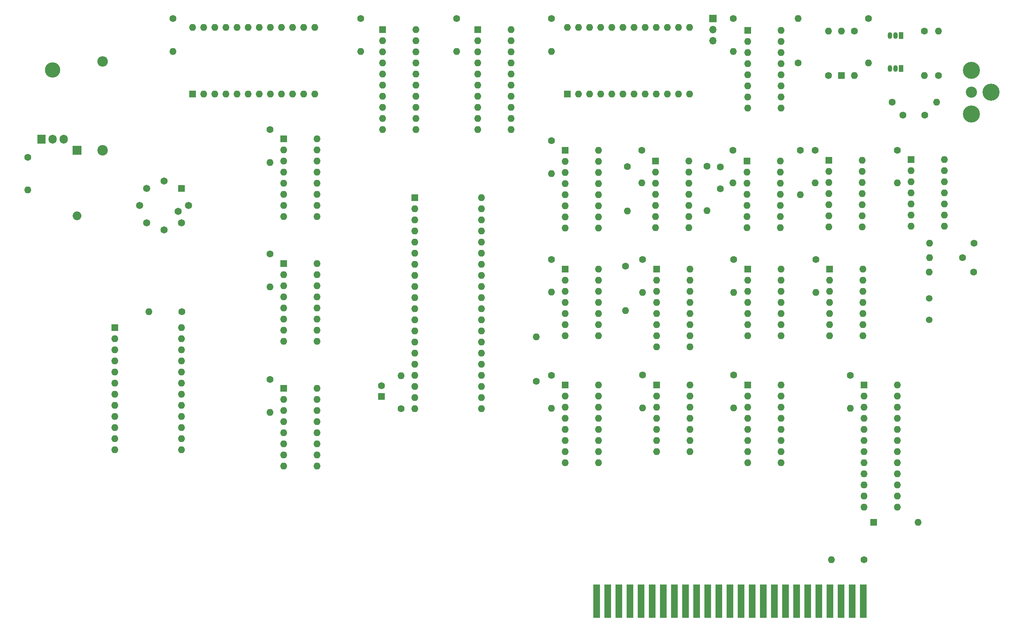
<source format=gbr>
G04 #@! TF.GenerationSoftware,KiCad,Pcbnew,5.1.8-5.1.8*
G04 #@! TF.CreationDate,2022-09-04T11:36:30-07:00*
G04 #@! TF.ProjectId,80cvc,38306376-632e-46b6-9963-61645f706362,rev?*
G04 #@! TF.SameCoordinates,Original*
G04 #@! TF.FileFunction,Soldermask,Bot*
G04 #@! TF.FilePolarity,Negative*
%FSLAX46Y46*%
G04 Gerber Fmt 4.6, Leading zero omitted, Abs format (unit mm)*
G04 Created by KiCad (PCBNEW 5.1.8-5.1.8) date 2022-09-04 11:36:30*
%MOMM*%
%LPD*%
G01*
G04 APERTURE LIST*
%ADD10O,1.600000X1.600000*%
%ADD11R,1.600000X1.600000*%
%ADD12C,1.500000*%
%ADD13R,1.650000X1.650000*%
%ADD14C,1.650000*%
%ADD15C,2.550000*%
%ADD16C,3.900000*%
%ADD17C,1.600000*%
%ADD18R,1.700000X1.700000*%
%ADD19O,1.700000X1.700000*%
%ADD20R,1.524000X7.620000*%
%ADD21O,1.050000X1.500000*%
%ADD22R,1.050000X1.500000*%
%ADD23O,3.500000X3.500000*%
%ADD24R,1.905000X2.000000*%
%ADD25O,1.905000X2.000000*%
%ADD26R,2.000000X2.000000*%
%ADD27O,2.000000X2.000000*%
%ADD28C,2.400000*%
%ADD29O,2.400000X2.400000*%
G04 APERTURE END LIST*
D10*
X227584000Y-30353000D03*
D11*
X227584000Y-40513000D03*
D12*
X247650000Y-96367600D03*
X247650000Y-91467600D03*
D13*
X76682600Y-66268600D03*
D14*
X78322600Y-70228600D03*
X76682600Y-74188600D03*
X72722600Y-75828600D03*
X68762600Y-74188600D03*
X67122600Y-70228600D03*
X68762600Y-66268600D03*
X72722600Y-64628600D03*
X75956600Y-71567600D03*
D15*
X257314700Y-44297600D03*
D16*
X257314700Y-39297600D03*
X261814700Y-44297600D03*
X257314700Y-49297600D03*
D10*
X74752200Y-34957400D03*
D17*
X74752200Y-27457400D03*
X255219200Y-82169000D03*
D10*
X247719200Y-82169000D03*
D17*
X76758800Y-94513400D03*
D10*
X69258800Y-94513400D03*
X96926400Y-60357400D03*
D17*
X96926400Y-52857400D03*
X96926400Y-81305400D03*
D10*
X96926400Y-88805400D03*
X96926400Y-117507400D03*
D17*
X96926400Y-110007400D03*
X117703600Y-27457400D03*
D10*
X117703600Y-34957400D03*
X139598400Y-34957400D03*
D17*
X139598400Y-27457400D03*
X161290000Y-27457400D03*
D10*
X161290000Y-34957400D03*
X161290000Y-62897400D03*
D17*
X161290000Y-55397400D03*
D10*
X161315400Y-90050000D03*
D17*
X161315400Y-82550000D03*
X161290000Y-109067600D03*
D10*
X161290000Y-116567600D03*
X181965600Y-65056400D03*
D17*
X181965600Y-57556400D03*
X182118000Y-82575400D03*
D10*
X182118000Y-90075400D03*
X182092600Y-116516800D03*
D17*
X182092600Y-109016800D03*
X202819000Y-27457400D03*
D10*
X202819000Y-34957400D03*
X202793600Y-65056400D03*
D17*
X202793600Y-57556400D03*
D10*
X202971400Y-90075400D03*
D17*
X202971400Y-82575400D03*
X202971400Y-109016800D03*
D10*
X202971400Y-116516800D03*
X221538800Y-65056400D03*
D17*
X221538800Y-57556400D03*
X221742000Y-82575400D03*
D10*
X221742000Y-90075400D03*
X229565200Y-116567600D03*
D17*
X229565200Y-109067600D03*
X240334800Y-57556400D03*
D10*
X240334800Y-65056400D03*
D17*
X41579800Y-59156600D03*
D10*
X41579800Y-66656600D03*
D17*
X199898000Y-66417200D03*
X199898000Y-61417200D03*
X241630200Y-49504600D03*
X246630200Y-49504600D03*
D11*
X122402600Y-113893600D03*
D17*
X122402600Y-111393600D03*
D11*
X234975400Y-142684500D03*
D10*
X245135400Y-142684500D03*
D18*
X198221600Y-27482800D03*
D19*
X198221600Y-30022800D03*
X198221600Y-32562800D03*
D20*
X197040000Y-160731200D03*
X199580000Y-160731200D03*
X202120000Y-160731200D03*
X204660000Y-160731200D03*
X207200000Y-160731200D03*
X209740000Y-160731200D03*
X212280000Y-160731200D03*
X214820000Y-160731200D03*
X217360000Y-160731200D03*
X219900000Y-160731200D03*
X222440000Y-160731200D03*
X224980000Y-160731200D03*
X227520000Y-160731200D03*
X230060000Y-160731200D03*
X232600000Y-160731200D03*
X174180000Y-160731200D03*
X181800000Y-160731200D03*
X171640000Y-160731200D03*
X176720000Y-160731200D03*
X179260000Y-160731200D03*
X191960000Y-160731200D03*
X189420000Y-160731200D03*
X184340000Y-160731200D03*
X194500000Y-160731200D03*
X186880000Y-160731200D03*
D21*
X239903000Y-38833000D03*
X238633000Y-38833000D03*
D22*
X241173000Y-38833000D03*
X241173000Y-31313000D03*
D21*
X238633000Y-31313000D03*
X239903000Y-31313000D03*
D17*
X239141000Y-46558200D03*
D10*
X249301000Y-46558200D03*
X247675400Y-85471000D03*
D17*
X257835400Y-85471000D03*
X257886200Y-78867000D03*
D10*
X247726200Y-78867000D03*
D17*
X217678000Y-37617400D03*
D10*
X217678000Y-27457400D03*
X224624900Y-30353000D03*
D17*
X224624900Y-40513000D03*
D10*
X230524600Y-40513000D03*
D17*
X230524600Y-30353000D03*
D10*
X233730800Y-37617400D03*
D17*
X233730800Y-27457400D03*
D10*
X246507000Y-40513000D03*
D17*
X246507000Y-30353000D03*
X249732800Y-40487600D03*
D10*
X249732800Y-30327600D03*
D17*
X218211400Y-57556400D03*
D10*
X218211400Y-67716400D03*
D17*
X196824600Y-61239400D03*
D10*
X196824600Y-71399400D03*
X178231800Y-94284800D03*
D17*
X178231800Y-84124800D03*
D10*
X178663600Y-71501000D03*
D17*
X178663600Y-61341000D03*
X157810200Y-110413800D03*
D10*
X157810200Y-100253800D03*
X192903900Y-111302800D03*
X185283900Y-126542800D03*
X192903900Y-113842800D03*
X185283900Y-124002800D03*
X192903900Y-116382800D03*
X185283900Y-121462800D03*
X192903900Y-118922800D03*
X185283900Y-118922800D03*
X192903900Y-121462800D03*
X185283900Y-116382800D03*
X192903900Y-124002800D03*
X185283900Y-113842800D03*
X192903900Y-126542800D03*
D11*
X185283900Y-111302800D03*
X130022600Y-68427600D03*
D10*
X145262600Y-116687600D03*
X130022600Y-70967600D03*
X145262600Y-114147600D03*
X130022600Y-73507600D03*
X145262600Y-111607600D03*
X130022600Y-76047600D03*
X145262600Y-109067600D03*
X130022600Y-78587600D03*
X145262600Y-106527600D03*
X130022600Y-81127600D03*
X145262600Y-103987600D03*
X130022600Y-83667600D03*
X145262600Y-101447600D03*
X130022600Y-86207600D03*
X145262600Y-98907600D03*
X130022600Y-88747600D03*
X145262600Y-96367600D03*
X130022600Y-91287600D03*
X145262600Y-93827600D03*
X130022600Y-93827600D03*
X145262600Y-91287600D03*
X130022600Y-96367600D03*
X145262600Y-88747600D03*
X130022600Y-98907600D03*
X145262600Y-86207600D03*
X130022600Y-101447600D03*
X145262600Y-83667600D03*
X130022600Y-103987600D03*
X145262600Y-81127600D03*
X130022600Y-106527600D03*
X145262600Y-78587600D03*
X130022600Y-109067600D03*
X145262600Y-76047600D03*
X130022600Y-111607600D03*
X145262600Y-73507600D03*
X130022600Y-114147600D03*
X145262600Y-70967600D03*
X130022600Y-116687600D03*
X145262600Y-68427600D03*
D11*
X61493400Y-98131000D03*
D10*
X76733400Y-126071000D03*
X61493400Y-100671000D03*
X76733400Y-123531000D03*
X61493400Y-103211000D03*
X76733400Y-120991000D03*
X61493400Y-105751000D03*
X76733400Y-118451000D03*
X61493400Y-108291000D03*
X76733400Y-115911000D03*
X61493400Y-110831000D03*
X76733400Y-113371000D03*
X61493400Y-113371000D03*
X76733400Y-110831000D03*
X61493400Y-115911000D03*
X76733400Y-108291000D03*
X61493400Y-118451000D03*
X76733400Y-105751000D03*
X61493400Y-120991000D03*
X76733400Y-103211000D03*
X61493400Y-123531000D03*
X76733400Y-100671000D03*
X61493400Y-126071000D03*
X76733400Y-98131000D03*
X213563200Y-60071000D03*
X205943200Y-75311000D03*
X213563200Y-62611000D03*
X205943200Y-72771000D03*
X213563200Y-65151000D03*
X205943200Y-70231000D03*
X213563200Y-67691000D03*
X205943200Y-67691000D03*
X213563200Y-70231000D03*
X205943200Y-65151000D03*
X213563200Y-72771000D03*
X205943200Y-62611000D03*
X213563200Y-75311000D03*
D11*
X205943200Y-60071000D03*
X224713800Y-59842400D03*
D10*
X232333800Y-75082400D03*
X224713800Y-62382400D03*
X232333800Y-72542400D03*
X224713800Y-64922400D03*
X232333800Y-70002400D03*
X224713800Y-67462400D03*
X232333800Y-67462400D03*
X224713800Y-70002400D03*
X232333800Y-64922400D03*
X224713800Y-72542400D03*
X232333800Y-62382400D03*
X224713800Y-75082400D03*
X232333800Y-59842400D03*
X192903900Y-84785200D03*
X185283900Y-102565200D03*
X192903900Y-87325200D03*
X185283900Y-100025200D03*
X192903900Y-89865200D03*
X185283900Y-97485200D03*
X192903900Y-92405200D03*
X185283900Y-94945200D03*
X192903900Y-94945200D03*
X185283900Y-92405200D03*
X192903900Y-97485200D03*
X185283900Y-89865200D03*
X192903900Y-100025200D03*
X185283900Y-87325200D03*
X192903900Y-102565200D03*
D11*
X185283900Y-84785200D03*
X164446800Y-111302800D03*
D10*
X172066800Y-129082800D03*
X164446800Y-113842800D03*
X172066800Y-126542800D03*
X164446800Y-116382800D03*
X172066800Y-124002800D03*
X164446800Y-118922800D03*
X172066800Y-121462800D03*
X164446800Y-121462800D03*
X172066800Y-118922800D03*
X164446800Y-124002800D03*
X172066800Y-116382800D03*
X164446800Y-126542800D03*
X172066800Y-113842800D03*
X164446800Y-129082800D03*
X172066800Y-111302800D03*
X107693400Y-111988600D03*
X100073400Y-129768600D03*
X107693400Y-114528600D03*
X100073400Y-127228600D03*
X107693400Y-117068600D03*
X100073400Y-124688600D03*
X107693400Y-119608600D03*
X100073400Y-122148600D03*
X107693400Y-122148600D03*
X100073400Y-119608600D03*
X107693400Y-124688600D03*
X100073400Y-117068600D03*
X107693400Y-127228600D03*
X100073400Y-114528600D03*
X107693400Y-129768600D03*
D11*
X100073400Y-111988600D03*
D10*
X107693400Y-83485532D03*
X100073400Y-101265532D03*
X107693400Y-86025532D03*
X100073400Y-98725532D03*
X107693400Y-88565532D03*
X100073400Y-96185532D03*
X107693400Y-91105532D03*
X100073400Y-93645532D03*
X107693400Y-93645532D03*
X100073400Y-91105532D03*
X107693400Y-96185532D03*
X100073400Y-88565532D03*
X107693400Y-98725532D03*
X100073400Y-86025532D03*
X107693400Y-101265532D03*
D11*
X100073400Y-83485532D03*
X100073400Y-54982466D03*
D10*
X107693400Y-72762466D03*
X100073400Y-57522466D03*
X107693400Y-70222466D03*
X100073400Y-60062466D03*
X107693400Y-67682466D03*
X100073400Y-62602466D03*
X107693400Y-65142466D03*
X100073400Y-65142466D03*
X107693400Y-62602466D03*
X100073400Y-67682466D03*
X107693400Y-60062466D03*
X100073400Y-70222466D03*
X107693400Y-57522466D03*
X100073400Y-72762466D03*
X107693400Y-54982466D03*
D11*
X164446800Y-84785200D03*
D10*
X172066800Y-100025200D03*
X164446800Y-87325200D03*
X172066800Y-97485200D03*
X164446800Y-89865200D03*
X172066800Y-94945200D03*
X164446800Y-92405200D03*
X172066800Y-92405200D03*
X164446800Y-94945200D03*
X172066800Y-89865200D03*
X164446800Y-97485200D03*
X172066800Y-87325200D03*
X164446800Y-100025200D03*
X172066800Y-84785200D03*
D11*
X206121000Y-111302800D03*
D10*
X213741000Y-129082800D03*
X206121000Y-113842800D03*
X213741000Y-126542800D03*
X206121000Y-116382800D03*
X213741000Y-124002800D03*
X206121000Y-118922800D03*
X213741000Y-121462800D03*
X206121000Y-121462800D03*
X213741000Y-118922800D03*
X206121000Y-124002800D03*
X213741000Y-116382800D03*
X206121000Y-126542800D03*
X213741000Y-113842800D03*
X206121000Y-129082800D03*
X213741000Y-111302800D03*
D11*
X206121000Y-84785200D03*
D10*
X213741000Y-100025200D03*
X206121000Y-87325200D03*
X213741000Y-97485200D03*
X206121000Y-89865200D03*
X213741000Y-94945200D03*
X206121000Y-92405200D03*
X213741000Y-92405200D03*
X206121000Y-94945200D03*
X213741000Y-89865200D03*
X206121000Y-97485200D03*
X213741000Y-87325200D03*
X206121000Y-100025200D03*
X213741000Y-84785200D03*
D11*
X79273400Y-44729400D03*
D10*
X107213400Y-29489400D03*
X81813400Y-44729400D03*
X104673400Y-29489400D03*
X84353400Y-44729400D03*
X102133400Y-29489400D03*
X86893400Y-44729400D03*
X99593400Y-29489400D03*
X89433400Y-44729400D03*
X97053400Y-29489400D03*
X91973400Y-44729400D03*
X94513400Y-29489400D03*
X94513400Y-44729400D03*
X91973400Y-29489400D03*
X97053400Y-44729400D03*
X89433400Y-29489400D03*
X99593400Y-44729400D03*
X86893400Y-29489400D03*
X102133400Y-44729400D03*
X84353400Y-29489400D03*
X104673400Y-44729400D03*
X81813400Y-29489400D03*
X107213400Y-44729400D03*
X79273400Y-29489400D03*
D11*
X122699600Y-29979400D03*
D10*
X130319600Y-52839400D03*
X122699600Y-32519400D03*
X130319600Y-50299400D03*
X122699600Y-35059400D03*
X130319600Y-47759400D03*
X122699600Y-37599400D03*
X130319600Y-45219400D03*
X122699600Y-40139400D03*
X130319600Y-42679400D03*
X122699600Y-42679400D03*
X130319600Y-40139400D03*
X122699600Y-45219400D03*
X130319600Y-37599400D03*
X122699600Y-47759400D03*
X130319600Y-35059400D03*
X122699600Y-50299400D03*
X130319600Y-32519400D03*
X122699600Y-52839400D03*
X130319600Y-29979400D03*
D11*
X243484400Y-59740800D03*
D10*
X251104400Y-74980800D03*
X243484400Y-62280800D03*
X251104400Y-72440800D03*
X243484400Y-64820800D03*
X251104400Y-69900800D03*
X243484400Y-67360800D03*
X251104400Y-67360800D03*
X243484400Y-69900800D03*
X251104400Y-64820800D03*
X243484400Y-72440800D03*
X251104400Y-62280800D03*
X243484400Y-74980800D03*
X251104400Y-59740800D03*
X152006000Y-29979400D03*
X144386000Y-52839400D03*
X152006000Y-32519400D03*
X144386000Y-50299400D03*
X152006000Y-35059400D03*
X144386000Y-47759400D03*
X152006000Y-37599400D03*
X144386000Y-45219400D03*
X152006000Y-40139400D03*
X144386000Y-42679400D03*
X152006000Y-42679400D03*
X144386000Y-40139400D03*
X152006000Y-45219400D03*
X144386000Y-37599400D03*
X152006000Y-47759400D03*
X144386000Y-35059400D03*
X152006000Y-50299400D03*
X144386000Y-32519400D03*
X152006000Y-52839400D03*
D11*
X144386000Y-29979400D03*
D10*
X172066800Y-57581800D03*
X164446800Y-75361800D03*
X172066800Y-60121800D03*
X164446800Y-72821800D03*
X172066800Y-62661800D03*
X164446800Y-70281800D03*
X172066800Y-65201800D03*
X164446800Y-67741800D03*
X172066800Y-67741800D03*
X164446800Y-65201800D03*
X172066800Y-70281800D03*
X164446800Y-62661800D03*
X172066800Y-72821800D03*
X164446800Y-60121800D03*
X172066800Y-75361800D03*
D11*
X164446800Y-57581800D03*
D10*
X164896800Y-29489400D03*
X192836800Y-44729400D03*
X167436800Y-29489400D03*
X190296800Y-44729400D03*
X169976800Y-29489400D03*
X187756800Y-44729400D03*
X172516800Y-29489400D03*
X185216800Y-44729400D03*
X175056800Y-29489400D03*
X182676800Y-44729400D03*
X177596800Y-29489400D03*
X180136800Y-44729400D03*
X180136800Y-29489400D03*
X177596800Y-44729400D03*
X182676800Y-29489400D03*
X175056800Y-44729400D03*
X185216800Y-29489400D03*
X172516800Y-44729400D03*
X187756800Y-29489400D03*
X169976800Y-44729400D03*
X190296800Y-29489400D03*
X167436800Y-44729400D03*
X192836800Y-29489400D03*
D11*
X164896800Y-44729400D03*
X206121000Y-30124400D03*
D10*
X213741000Y-47904400D03*
X206121000Y-32664400D03*
X213741000Y-45364400D03*
X206121000Y-35204400D03*
X213741000Y-42824400D03*
X206121000Y-37744400D03*
X213741000Y-40284400D03*
X206121000Y-40284400D03*
X213741000Y-37744400D03*
X206121000Y-42824400D03*
X213741000Y-35204400D03*
X206121000Y-45364400D03*
X213741000Y-32664400D03*
X206121000Y-47904400D03*
X213741000Y-30124400D03*
D23*
X47269400Y-39216400D03*
D24*
X44729400Y-55016400D03*
D25*
X47269400Y-55016400D03*
X49809400Y-55016400D03*
D10*
X232511600Y-84785200D03*
X224891600Y-100025200D03*
X232511600Y-87325200D03*
X224891600Y-97485200D03*
X232511600Y-89865200D03*
X224891600Y-94945200D03*
X232511600Y-92405200D03*
X224891600Y-92405200D03*
X232511600Y-94945200D03*
X224891600Y-89865200D03*
X232511600Y-97485200D03*
X224891600Y-87325200D03*
X232511600Y-100025200D03*
D11*
X224891600Y-84785200D03*
D10*
X192726100Y-60045600D03*
X185106100Y-75285600D03*
X192726100Y-62585600D03*
X185106100Y-72745600D03*
X192726100Y-65125600D03*
X185106100Y-70205600D03*
X192726100Y-67665600D03*
X185106100Y-67665600D03*
X192726100Y-70205600D03*
X185106100Y-65125600D03*
X192726100Y-72745600D03*
X185106100Y-62585600D03*
X192726100Y-75285600D03*
D11*
X185106100Y-60045600D03*
D26*
X52857400Y-57581800D03*
D27*
X52857400Y-72581800D03*
D28*
X58648600Y-57581800D03*
D29*
X58648600Y-37261800D03*
D17*
X126923800Y-116662200D03*
D10*
X126923800Y-109162200D03*
D11*
X232740200Y-111302800D03*
D10*
X240360200Y-139242800D03*
X232740200Y-113842800D03*
X240360200Y-136702800D03*
X232740200Y-116382800D03*
X240360200Y-134162800D03*
X232740200Y-118922800D03*
X240360200Y-131622800D03*
X232740200Y-121462800D03*
X240360200Y-129082800D03*
X232740200Y-124002800D03*
X240360200Y-126542800D03*
X232740200Y-126542800D03*
X240360200Y-124002800D03*
X232740200Y-129082800D03*
X240360200Y-121462800D03*
X232740200Y-131622800D03*
X240360200Y-118922800D03*
X232740200Y-134162800D03*
X240360200Y-116382800D03*
X232740200Y-136702800D03*
X240360200Y-113842800D03*
X232740200Y-139242800D03*
X240360200Y-111302800D03*
D17*
X232765600Y-151257000D03*
D10*
X225265600Y-151257000D03*
M02*

</source>
